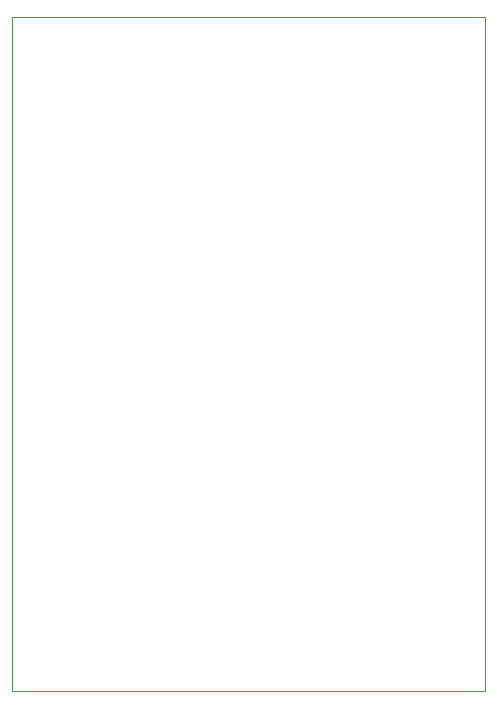
<source format=gm1>
G04 #@! TF.GenerationSoftware,KiCad,Pcbnew,(5.1.8)-1*
G04 #@! TF.CreationDate,2021-12-18T01:10:41-08:00*
G04 #@! TF.ProjectId,ensoniq-cartridge,656e736f-6e69-4712-9d63-617274726964,rev?*
G04 #@! TF.SameCoordinates,Original*
G04 #@! TF.FileFunction,Profile,NP*
%FSLAX46Y46*%
G04 Gerber Fmt 4.6, Leading zero omitted, Abs format (unit mm)*
G04 Created by KiCad (PCBNEW (5.1.8)-1) date 2021-12-18 01:10:41*
%MOMM*%
%LPD*%
G01*
G04 APERTURE LIST*
G04 #@! TA.AperFunction,Profile*
%ADD10C,0.050000*%
G04 #@! TD*
G04 #@! TA.AperFunction,Profile*
%ADD11C,0.100000*%
G04 #@! TD*
G04 APERTURE END LIST*
D10*
X140335000Y-80264000D02*
X140335000Y-76327000D01*
X100330000Y-80264000D02*
X100330000Y-76327000D01*
X100330000Y-82550000D02*
X100330000Y-80264000D01*
X140335000Y-82550000D02*
X140335000Y-80264000D01*
D11*
X100330000Y-76327000D02*
X140335000Y-76327000D01*
X140335000Y-82550000D02*
X140335000Y-133350000D01*
X140335000Y-133350000D02*
X100330000Y-133350000D01*
X100330000Y-133350000D02*
X100330000Y-82550000D01*
M02*

</source>
